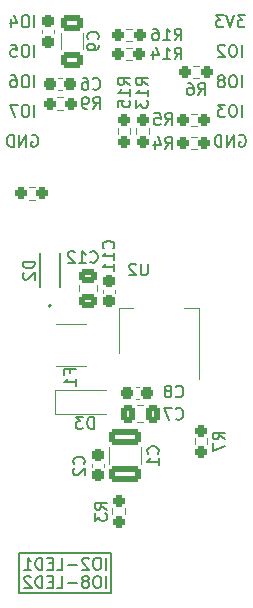
<source format=gbo>
%TF.GenerationSoftware,KiCad,Pcbnew,(6.0.8)*%
%TF.CreationDate,2023-01-13T13:27:25+01:00*%
%TF.ProjectId,NB-IoT_PCB_rev_1_1,4e422d49-6f54-45f5-9043-425f7265765f,rev?*%
%TF.SameCoordinates,Original*%
%TF.FileFunction,Legend,Bot*%
%TF.FilePolarity,Positive*%
%FSLAX46Y46*%
G04 Gerber Fmt 4.6, Leading zero omitted, Abs format (unit mm)*
G04 Created by KiCad (PCBNEW (6.0.8)) date 2023-01-13 13:27:25*
%MOMM*%
%LPD*%
G01*
G04 APERTURE LIST*
G04 Aperture macros list*
%AMRoundRect*
0 Rectangle with rounded corners*
0 $1 Rounding radius*
0 $2 $3 $4 $5 $6 $7 $8 $9 X,Y pos of 4 corners*
0 Add a 4 corners polygon primitive as box body*
4,1,4,$2,$3,$4,$5,$6,$7,$8,$9,$2,$3,0*
0 Add four circle primitives for the rounded corners*
1,1,$1+$1,$2,$3*
1,1,$1+$1,$4,$5*
1,1,$1+$1,$6,$7*
1,1,$1+$1,$8,$9*
0 Add four rect primitives between the rounded corners*
20,1,$1+$1,$2,$3,$4,$5,0*
20,1,$1+$1,$4,$5,$6,$7,0*
20,1,$1+$1,$6,$7,$8,$9,0*
20,1,$1+$1,$8,$9,$2,$3,0*%
G04 Aperture macros list end*
%ADD10C,0.150000*%
%ADD11C,0.120000*%
%ADD12C,0.050000*%
%ADD13C,0.127000*%
%ADD14C,0.200000*%
%ADD15RoundRect,0.237500X0.250000X0.237500X-0.250000X0.237500X-0.250000X-0.237500X0.250000X-0.237500X0*%
%ADD16C,0.800000*%
%ADD17C,6.400000*%
%ADD18RoundRect,0.237500X-0.237500X0.250000X-0.237500X-0.250000X0.237500X-0.250000X0.237500X0.250000X0*%
%ADD19RoundRect,0.237500X-0.300000X-0.237500X0.300000X-0.237500X0.300000X0.237500X-0.300000X0.237500X0*%
%ADD20R,1.700000X1.700000*%
%ADD21O,1.700000X1.700000*%
%ADD22O,0.950000X1.250000*%
%ADD23O,1.550000X0.890000*%
%ADD24R,1.600000X1.600000*%
%ADD25C,1.600000*%
%ADD26C,2.000000*%
%ADD27R,1.500000X2.000000*%
%ADD28R,3.800000X2.000000*%
%ADD29RoundRect,0.237500X-0.237500X0.300000X-0.237500X-0.300000X0.237500X-0.300000X0.237500X0.300000X0*%
%ADD30R,1.780000X3.500000*%
%ADD31RoundRect,0.237500X0.237500X-0.250000X0.237500X0.250000X-0.237500X0.250000X-0.237500X-0.250000X0*%
%ADD32RoundRect,0.250000X0.650000X-0.412500X0.650000X0.412500X-0.650000X0.412500X-0.650000X-0.412500X0*%
%ADD33RoundRect,0.250000X-1.100000X0.412500X-1.100000X-0.412500X1.100000X-0.412500X1.100000X0.412500X0*%
%ADD34R,1.300000X1.700000*%
%ADD35R,0.730000X1.210000*%
%ADD36RoundRect,0.250000X-0.475000X0.337500X-0.475000X-0.337500X0.475000X-0.337500X0.475000X0.337500X0*%
%ADD37RoundRect,0.250000X-0.337500X-0.475000X0.337500X-0.475000X0.337500X0.475000X-0.337500X0.475000X0*%
G04 APERTURE END LIST*
D10*
X110350000Y-157900000D02*
X102600000Y-157900000D01*
X102600000Y-157900000D02*
X102600000Y-161250000D01*
X102600000Y-161250000D02*
X110350000Y-161250000D01*
X110350000Y-161250000D02*
X110350000Y-157900000D01*
X103870000Y-120949980D02*
X103870000Y-119949980D01*
X103203333Y-119949980D02*
X103012857Y-119949980D01*
X102917619Y-119997600D01*
X102822380Y-120092838D01*
X102774761Y-120283314D01*
X102774761Y-120616647D01*
X102822380Y-120807123D01*
X102917619Y-120902361D01*
X103012857Y-120949980D01*
X103203333Y-120949980D01*
X103298571Y-120902361D01*
X103393809Y-120807123D01*
X103441428Y-120616647D01*
X103441428Y-120283314D01*
X103393809Y-120092838D01*
X103298571Y-119997600D01*
X103203333Y-119949980D01*
X102441428Y-119949980D02*
X101774761Y-119949980D01*
X102203333Y-120949980D01*
X109952380Y-159302380D02*
X109952380Y-158302380D01*
X109285714Y-158302380D02*
X109095238Y-158302380D01*
X109000000Y-158350000D01*
X108904761Y-158445238D01*
X108857142Y-158635714D01*
X108857142Y-158969047D01*
X108904761Y-159159523D01*
X109000000Y-159254761D01*
X109095238Y-159302380D01*
X109285714Y-159302380D01*
X109380952Y-159254761D01*
X109476190Y-159159523D01*
X109523809Y-158969047D01*
X109523809Y-158635714D01*
X109476190Y-158445238D01*
X109380952Y-158350000D01*
X109285714Y-158302380D01*
X108476190Y-158397619D02*
X108428571Y-158350000D01*
X108333333Y-158302380D01*
X108095238Y-158302380D01*
X108000000Y-158350000D01*
X107952380Y-158397619D01*
X107904761Y-158492857D01*
X107904761Y-158588095D01*
X107952380Y-158730952D01*
X108523809Y-159302380D01*
X107904761Y-159302380D01*
X107476190Y-158921428D02*
X106714285Y-158921428D01*
X105761904Y-159302380D02*
X106238095Y-159302380D01*
X106238095Y-158302380D01*
X105428571Y-158778571D02*
X105095238Y-158778571D01*
X104952380Y-159302380D02*
X105428571Y-159302380D01*
X105428571Y-158302380D01*
X104952380Y-158302380D01*
X104523809Y-159302380D02*
X104523809Y-158302380D01*
X104285714Y-158302380D01*
X104142857Y-158350000D01*
X104047619Y-158445238D01*
X104000000Y-158540476D01*
X103952380Y-158730952D01*
X103952380Y-158873809D01*
X104000000Y-159064285D01*
X104047619Y-159159523D01*
X104142857Y-159254761D01*
X104285714Y-159302380D01*
X104523809Y-159302380D01*
X103000000Y-159302380D02*
X103571428Y-159302380D01*
X103285714Y-159302380D02*
X103285714Y-158302380D01*
X103380952Y-158445238D01*
X103476190Y-158540476D01*
X103571428Y-158588095D01*
X121684895Y-112380780D02*
X121065847Y-112380780D01*
X121399180Y-112761733D01*
X121256323Y-112761733D01*
X121161085Y-112809352D01*
X121113466Y-112856971D01*
X121065847Y-112952209D01*
X121065847Y-113190304D01*
X121113466Y-113285542D01*
X121161085Y-113333161D01*
X121256323Y-113380780D01*
X121542038Y-113380780D01*
X121637276Y-113333161D01*
X121684895Y-113285542D01*
X120780133Y-112380780D02*
X120446800Y-113380780D01*
X120113466Y-112380780D01*
X119875371Y-112380780D02*
X119256323Y-112380780D01*
X119589657Y-112761733D01*
X119446800Y-112761733D01*
X119351561Y-112809352D01*
X119303942Y-112856971D01*
X119256323Y-112952209D01*
X119256323Y-113190304D01*
X119303942Y-113285542D01*
X119351561Y-113333161D01*
X119446800Y-113380780D01*
X119732514Y-113380780D01*
X119827752Y-113333161D01*
X119875371Y-113285542D01*
X121446800Y-115869980D02*
X121446800Y-114869980D01*
X120780133Y-114869980D02*
X120589657Y-114869980D01*
X120494419Y-114917600D01*
X120399180Y-115012838D01*
X120351561Y-115203314D01*
X120351561Y-115536647D01*
X120399180Y-115727123D01*
X120494419Y-115822361D01*
X120589657Y-115869980D01*
X120780133Y-115869980D01*
X120875371Y-115822361D01*
X120970609Y-115727123D01*
X121018228Y-115536647D01*
X121018228Y-115203314D01*
X120970609Y-115012838D01*
X120875371Y-114917600D01*
X120780133Y-114869980D01*
X119970609Y-114965219D02*
X119922990Y-114917600D01*
X119827752Y-114869980D01*
X119589657Y-114869980D01*
X119494419Y-114917600D01*
X119446800Y-114965219D01*
X119399180Y-115060457D01*
X119399180Y-115155695D01*
X119446800Y-115298552D01*
X120018228Y-115869980D01*
X119399180Y-115869980D01*
X103870000Y-118460780D02*
X103870000Y-117460780D01*
X103203333Y-117460780D02*
X103012857Y-117460780D01*
X102917619Y-117508400D01*
X102822380Y-117603638D01*
X102774761Y-117794114D01*
X102774761Y-118127447D01*
X102822380Y-118317923D01*
X102917619Y-118413161D01*
X103012857Y-118460780D01*
X103203333Y-118460780D01*
X103298571Y-118413161D01*
X103393809Y-118317923D01*
X103441428Y-118127447D01*
X103441428Y-117794114D01*
X103393809Y-117603638D01*
X103298571Y-117508400D01*
X103203333Y-117460780D01*
X101917619Y-117460780D02*
X102108095Y-117460780D01*
X102203333Y-117508400D01*
X102250952Y-117556019D01*
X102346190Y-117698876D01*
X102393809Y-117889352D01*
X102393809Y-118270304D01*
X102346190Y-118365542D01*
X102298571Y-118413161D01*
X102203333Y-118460780D01*
X102012857Y-118460780D01*
X101917619Y-118413161D01*
X101870000Y-118365542D01*
X101822380Y-118270304D01*
X101822380Y-118032209D01*
X101870000Y-117936971D01*
X101917619Y-117889352D01*
X102012857Y-117841733D01*
X102203333Y-117841733D01*
X102298571Y-117889352D01*
X102346190Y-117936971D01*
X102393809Y-118032209D01*
X121208704Y-122537600D02*
X121303942Y-122489980D01*
X121446800Y-122489980D01*
X121589657Y-122537600D01*
X121684895Y-122632838D01*
X121732514Y-122728076D01*
X121780133Y-122918552D01*
X121780133Y-123061409D01*
X121732514Y-123251885D01*
X121684895Y-123347123D01*
X121589657Y-123442361D01*
X121446800Y-123489980D01*
X121351561Y-123489980D01*
X121208704Y-123442361D01*
X121161085Y-123394742D01*
X121161085Y-123061409D01*
X121351561Y-123061409D01*
X120732514Y-123489980D02*
X120732514Y-122489980D01*
X120161085Y-123489980D01*
X120161085Y-122489980D01*
X119684895Y-123489980D02*
X119684895Y-122489980D01*
X119446800Y-122489980D01*
X119303942Y-122537600D01*
X119208704Y-122632838D01*
X119161085Y-122728076D01*
X119113466Y-122918552D01*
X119113466Y-123061409D01*
X119161085Y-123251885D01*
X119208704Y-123347123D01*
X119303942Y-123442361D01*
X119446800Y-123489980D01*
X119684895Y-123489980D01*
X121446800Y-118460780D02*
X121446800Y-117460780D01*
X120780133Y-117460780D02*
X120589657Y-117460780D01*
X120494419Y-117508400D01*
X120399180Y-117603638D01*
X120351561Y-117794114D01*
X120351561Y-118127447D01*
X120399180Y-118317923D01*
X120494419Y-118413161D01*
X120589657Y-118460780D01*
X120780133Y-118460780D01*
X120875371Y-118413161D01*
X120970609Y-118317923D01*
X121018228Y-118127447D01*
X121018228Y-117794114D01*
X120970609Y-117603638D01*
X120875371Y-117508400D01*
X120780133Y-117460780D01*
X119780133Y-117889352D02*
X119875371Y-117841733D01*
X119922990Y-117794114D01*
X119970609Y-117698876D01*
X119970609Y-117651257D01*
X119922990Y-117556019D01*
X119875371Y-117508400D01*
X119780133Y-117460780D01*
X119589657Y-117460780D01*
X119494419Y-117508400D01*
X119446800Y-117556019D01*
X119399180Y-117651257D01*
X119399180Y-117698876D01*
X119446800Y-117794114D01*
X119494419Y-117841733D01*
X119589657Y-117889352D01*
X119780133Y-117889352D01*
X119875371Y-117936971D01*
X119922990Y-117984590D01*
X119970609Y-118079828D01*
X119970609Y-118270304D01*
X119922990Y-118365542D01*
X119875371Y-118413161D01*
X119780133Y-118460780D01*
X119589657Y-118460780D01*
X119494419Y-118413161D01*
X119446800Y-118365542D01*
X119399180Y-118270304D01*
X119399180Y-118079828D01*
X119446800Y-117984590D01*
X119494419Y-117936971D01*
X119589657Y-117889352D01*
X121446800Y-120949980D02*
X121446800Y-119949980D01*
X120780133Y-119949980D02*
X120589657Y-119949980D01*
X120494419Y-119997600D01*
X120399180Y-120092838D01*
X120351561Y-120283314D01*
X120351561Y-120616647D01*
X120399180Y-120807123D01*
X120494419Y-120902361D01*
X120589657Y-120949980D01*
X120780133Y-120949980D01*
X120875371Y-120902361D01*
X120970609Y-120807123D01*
X121018228Y-120616647D01*
X121018228Y-120283314D01*
X120970609Y-120092838D01*
X120875371Y-119997600D01*
X120780133Y-119949980D01*
X120018228Y-119949980D02*
X119399180Y-119949980D01*
X119732514Y-120330933D01*
X119589657Y-120330933D01*
X119494419Y-120378552D01*
X119446800Y-120426171D01*
X119399180Y-120521409D01*
X119399180Y-120759504D01*
X119446800Y-120854742D01*
X119494419Y-120902361D01*
X119589657Y-120949980D01*
X119875371Y-120949980D01*
X119970609Y-120902361D01*
X120018228Y-120854742D01*
X103631904Y-122537600D02*
X103727142Y-122489980D01*
X103870000Y-122489980D01*
X104012857Y-122537600D01*
X104108095Y-122632838D01*
X104155714Y-122728076D01*
X104203333Y-122918552D01*
X104203333Y-123061409D01*
X104155714Y-123251885D01*
X104108095Y-123347123D01*
X104012857Y-123442361D01*
X103870000Y-123489980D01*
X103774761Y-123489980D01*
X103631904Y-123442361D01*
X103584285Y-123394742D01*
X103584285Y-123061409D01*
X103774761Y-123061409D01*
X103155714Y-123489980D02*
X103155714Y-122489980D01*
X102584285Y-123489980D01*
X102584285Y-122489980D01*
X102108095Y-123489980D02*
X102108095Y-122489980D01*
X101870000Y-122489980D01*
X101727142Y-122537600D01*
X101631904Y-122632838D01*
X101584285Y-122728076D01*
X101536666Y-122918552D01*
X101536666Y-123061409D01*
X101584285Y-123251885D01*
X101631904Y-123347123D01*
X101727142Y-123442361D01*
X101870000Y-123489980D01*
X102108095Y-123489980D01*
X103870000Y-113380780D02*
X103870000Y-112380780D01*
X103203333Y-112380780D02*
X103012857Y-112380780D01*
X102917619Y-112428400D01*
X102822380Y-112523638D01*
X102774761Y-112714114D01*
X102774761Y-113047447D01*
X102822380Y-113237923D01*
X102917619Y-113333161D01*
X103012857Y-113380780D01*
X103203333Y-113380780D01*
X103298571Y-113333161D01*
X103393809Y-113237923D01*
X103441428Y-113047447D01*
X103441428Y-112714114D01*
X103393809Y-112523638D01*
X103298571Y-112428400D01*
X103203333Y-112380780D01*
X101917619Y-112714114D02*
X101917619Y-113380780D01*
X102155714Y-112333161D02*
X102393809Y-113047447D01*
X101774761Y-113047447D01*
X103870000Y-115869980D02*
X103870000Y-114869980D01*
X103203333Y-114869980D02*
X103012857Y-114869980D01*
X102917619Y-114917600D01*
X102822380Y-115012838D01*
X102774761Y-115203314D01*
X102774761Y-115536647D01*
X102822380Y-115727123D01*
X102917619Y-115822361D01*
X103012857Y-115869980D01*
X103203333Y-115869980D01*
X103298571Y-115822361D01*
X103393809Y-115727123D01*
X103441428Y-115536647D01*
X103441428Y-115203314D01*
X103393809Y-115012838D01*
X103298571Y-114917600D01*
X103203333Y-114869980D01*
X101870000Y-114869980D02*
X102346190Y-114869980D01*
X102393809Y-115346171D01*
X102346190Y-115298552D01*
X102250952Y-115250933D01*
X102012857Y-115250933D01*
X101917619Y-115298552D01*
X101870000Y-115346171D01*
X101822380Y-115441409D01*
X101822380Y-115679504D01*
X101870000Y-115774742D01*
X101917619Y-115822361D01*
X102012857Y-115869980D01*
X102250952Y-115869980D01*
X102346190Y-115822361D01*
X102393809Y-115774742D01*
X109952380Y-160852380D02*
X109952380Y-159852380D01*
X109285714Y-159852380D02*
X109095238Y-159852380D01*
X109000000Y-159900000D01*
X108904761Y-159995238D01*
X108857142Y-160185714D01*
X108857142Y-160519047D01*
X108904761Y-160709523D01*
X109000000Y-160804761D01*
X109095238Y-160852380D01*
X109285714Y-160852380D01*
X109380952Y-160804761D01*
X109476190Y-160709523D01*
X109523809Y-160519047D01*
X109523809Y-160185714D01*
X109476190Y-159995238D01*
X109380952Y-159900000D01*
X109285714Y-159852380D01*
X108285714Y-160280952D02*
X108380952Y-160233333D01*
X108428571Y-160185714D01*
X108476190Y-160090476D01*
X108476190Y-160042857D01*
X108428571Y-159947619D01*
X108380952Y-159900000D01*
X108285714Y-159852380D01*
X108095238Y-159852380D01*
X108000000Y-159900000D01*
X107952380Y-159947619D01*
X107904761Y-160042857D01*
X107904761Y-160090476D01*
X107952380Y-160185714D01*
X108000000Y-160233333D01*
X108095238Y-160280952D01*
X108285714Y-160280952D01*
X108380952Y-160328571D01*
X108428571Y-160376190D01*
X108476190Y-160471428D01*
X108476190Y-160661904D01*
X108428571Y-160757142D01*
X108380952Y-160804761D01*
X108285714Y-160852380D01*
X108095238Y-160852380D01*
X108000000Y-160804761D01*
X107952380Y-160757142D01*
X107904761Y-160661904D01*
X107904761Y-160471428D01*
X107952380Y-160376190D01*
X108000000Y-160328571D01*
X108095238Y-160280952D01*
X107476190Y-160471428D02*
X106714285Y-160471428D01*
X105761904Y-160852380D02*
X106238095Y-160852380D01*
X106238095Y-159852380D01*
X105428571Y-160328571D02*
X105095238Y-160328571D01*
X104952380Y-160852380D02*
X105428571Y-160852380D01*
X105428571Y-159852380D01*
X104952380Y-159852380D01*
X104523809Y-160852380D02*
X104523809Y-159852380D01*
X104285714Y-159852380D01*
X104142857Y-159900000D01*
X104047619Y-159995238D01*
X104000000Y-160090476D01*
X103952380Y-160280952D01*
X103952380Y-160423809D01*
X104000000Y-160614285D01*
X104047619Y-160709523D01*
X104142857Y-160804761D01*
X104285714Y-160852380D01*
X104523809Y-160852380D01*
X103571428Y-159947619D02*
X103523809Y-159900000D01*
X103428571Y-159852380D01*
X103190476Y-159852380D01*
X103095238Y-159900000D01*
X103047619Y-159947619D01*
X103000000Y-160042857D01*
X103000000Y-160138095D01*
X103047619Y-160280952D01*
X103619047Y-160852380D01*
X103000000Y-160852380D01*
%TO.C,R16*%
X115742857Y-114502380D02*
X116076190Y-114026190D01*
X116314285Y-114502380D02*
X116314285Y-113502380D01*
X115933333Y-113502380D01*
X115838095Y-113550000D01*
X115790476Y-113597619D01*
X115742857Y-113692857D01*
X115742857Y-113835714D01*
X115790476Y-113930952D01*
X115838095Y-113978571D01*
X115933333Y-114026190D01*
X116314285Y-114026190D01*
X114790476Y-114502380D02*
X115361904Y-114502380D01*
X115076190Y-114502380D02*
X115076190Y-113502380D01*
X115171428Y-113645238D01*
X115266666Y-113740476D01*
X115361904Y-113788095D01*
X113933333Y-113502380D02*
X114123809Y-113502380D01*
X114219047Y-113550000D01*
X114266666Y-113597619D01*
X114361904Y-113740476D01*
X114409523Y-113930952D01*
X114409523Y-114311904D01*
X114361904Y-114407142D01*
X114314285Y-114454761D01*
X114219047Y-114502380D01*
X114028571Y-114502380D01*
X113933333Y-114454761D01*
X113885714Y-114407142D01*
X113838095Y-114311904D01*
X113838095Y-114073809D01*
X113885714Y-113978571D01*
X113933333Y-113930952D01*
X114028571Y-113883333D01*
X114219047Y-113883333D01*
X114314285Y-113930952D01*
X114361904Y-113978571D01*
X114409523Y-114073809D01*
%TO.C,R15*%
X111932980Y-118254542D02*
X111456790Y-117921209D01*
X111932980Y-117683114D02*
X110932980Y-117683114D01*
X110932980Y-118064066D01*
X110980600Y-118159304D01*
X111028219Y-118206923D01*
X111123457Y-118254542D01*
X111266314Y-118254542D01*
X111361552Y-118206923D01*
X111409171Y-118159304D01*
X111456790Y-118064066D01*
X111456790Y-117683114D01*
X111932980Y-119206923D02*
X111932980Y-118635495D01*
X111932980Y-118921209D02*
X110932980Y-118921209D01*
X111075838Y-118825971D01*
X111171076Y-118730733D01*
X111218695Y-118635495D01*
X110932980Y-120111685D02*
X110932980Y-119635495D01*
X111409171Y-119587876D01*
X111361552Y-119635495D01*
X111313933Y-119730733D01*
X111313933Y-119968828D01*
X111361552Y-120064066D01*
X111409171Y-120111685D01*
X111504409Y-120159304D01*
X111742504Y-120159304D01*
X111837742Y-120111685D01*
X111885361Y-120064066D01*
X111932980Y-119968828D01*
X111932980Y-119730733D01*
X111885361Y-119635495D01*
X111837742Y-119587876D01*
%TO.C,C6*%
X108806666Y-118577142D02*
X108854285Y-118624761D01*
X108997142Y-118672380D01*
X109092380Y-118672380D01*
X109235238Y-118624761D01*
X109330476Y-118529523D01*
X109378095Y-118434285D01*
X109425714Y-118243809D01*
X109425714Y-118100952D01*
X109378095Y-117910476D01*
X109330476Y-117815238D01*
X109235238Y-117720000D01*
X109092380Y-117672380D01*
X108997142Y-117672380D01*
X108854285Y-117720000D01*
X108806666Y-117767619D01*
X107949523Y-117672380D02*
X108140000Y-117672380D01*
X108235238Y-117720000D01*
X108282857Y-117767619D01*
X108378095Y-117910476D01*
X108425714Y-118100952D01*
X108425714Y-118481904D01*
X108378095Y-118577142D01*
X108330476Y-118624761D01*
X108235238Y-118672380D01*
X108044761Y-118672380D01*
X107949523Y-118624761D01*
X107901904Y-118577142D01*
X107854285Y-118481904D01*
X107854285Y-118243809D01*
X107901904Y-118148571D01*
X107949523Y-118100952D01*
X108044761Y-118053333D01*
X108235238Y-118053333D01*
X108330476Y-118100952D01*
X108378095Y-118148571D01*
X108425714Y-118243809D01*
%TO.C,R3*%
X109977180Y-154214533D02*
X109500990Y-153881200D01*
X109977180Y-153643104D02*
X108977180Y-153643104D01*
X108977180Y-154024057D01*
X109024800Y-154119295D01*
X109072419Y-154166914D01*
X109167657Y-154214533D01*
X109310514Y-154214533D01*
X109405752Y-154166914D01*
X109453371Y-154119295D01*
X109500990Y-154024057D01*
X109500990Y-153643104D01*
X108977180Y-154547866D02*
X108977180Y-155166914D01*
X109358133Y-154833580D01*
X109358133Y-154976438D01*
X109405752Y-155071676D01*
X109453371Y-155119295D01*
X109548609Y-155166914D01*
X109786704Y-155166914D01*
X109881942Y-155119295D01*
X109929561Y-155071676D01*
X109977180Y-154976438D01*
X109977180Y-154690723D01*
X109929561Y-154595485D01*
X109881942Y-154547866D01*
%TO.C,U2*%
X113439904Y-133398180D02*
X113439904Y-134207704D01*
X113392285Y-134302942D01*
X113344666Y-134350561D01*
X113249428Y-134398180D01*
X113058952Y-134398180D01*
X112963714Y-134350561D01*
X112916095Y-134302942D01*
X112868476Y-134207704D01*
X112868476Y-133398180D01*
X112439904Y-133493419D02*
X112392285Y-133445800D01*
X112297047Y-133398180D01*
X112058952Y-133398180D01*
X111963714Y-133445800D01*
X111916095Y-133493419D01*
X111868476Y-133588657D01*
X111868476Y-133683895D01*
X111916095Y-133826752D01*
X112487523Y-134398180D01*
X111868476Y-134398180D01*
%TO.C,C2*%
X108053142Y-150353733D02*
X108100761Y-150306114D01*
X108148380Y-150163257D01*
X108148380Y-150068019D01*
X108100761Y-149925161D01*
X108005523Y-149829923D01*
X107910285Y-149782304D01*
X107719809Y-149734685D01*
X107576952Y-149734685D01*
X107386476Y-149782304D01*
X107291238Y-149829923D01*
X107196000Y-149925161D01*
X107148380Y-150068019D01*
X107148380Y-150163257D01*
X107196000Y-150306114D01*
X107243619Y-150353733D01*
X107243619Y-150734685D02*
X107196000Y-150782304D01*
X107148380Y-150877542D01*
X107148380Y-151115638D01*
X107196000Y-151210876D01*
X107243619Y-151258495D01*
X107338857Y-151306114D01*
X107434095Y-151306114D01*
X107576952Y-151258495D01*
X108148380Y-150687066D01*
X108148380Y-151306114D01*
%TO.C,F1*%
X106862571Y-142668666D02*
X106862571Y-142335333D01*
X107386380Y-142335333D02*
X106386380Y-142335333D01*
X106386380Y-142811523D01*
X107386380Y-143716285D02*
X107386380Y-143144857D01*
X107386380Y-143430571D02*
X106386380Y-143430571D01*
X106529238Y-143335333D01*
X106624476Y-143240095D01*
X106672095Y-143144857D01*
%TO.C,R5*%
X114923866Y-121661180D02*
X115257200Y-121184990D01*
X115495295Y-121661180D02*
X115495295Y-120661180D01*
X115114342Y-120661180D01*
X115019104Y-120708800D01*
X114971485Y-120756419D01*
X114923866Y-120851657D01*
X114923866Y-120994514D01*
X114971485Y-121089752D01*
X115019104Y-121137371D01*
X115114342Y-121184990D01*
X115495295Y-121184990D01*
X114019104Y-120661180D02*
X114495295Y-120661180D01*
X114542914Y-121137371D01*
X114495295Y-121089752D01*
X114400057Y-121042133D01*
X114161961Y-121042133D01*
X114066723Y-121089752D01*
X114019104Y-121137371D01*
X113971485Y-121232609D01*
X113971485Y-121470704D01*
X114019104Y-121565942D01*
X114066723Y-121613561D01*
X114161961Y-121661180D01*
X114400057Y-121661180D01*
X114495295Y-121613561D01*
X114542914Y-121565942D01*
%TO.C,R7*%
X119959380Y-148270933D02*
X119483190Y-147937600D01*
X119959380Y-147699504D02*
X118959380Y-147699504D01*
X118959380Y-148080457D01*
X119007000Y-148175695D01*
X119054619Y-148223314D01*
X119149857Y-148270933D01*
X119292714Y-148270933D01*
X119387952Y-148223314D01*
X119435571Y-148175695D01*
X119483190Y-148080457D01*
X119483190Y-147699504D01*
X118959380Y-148604266D02*
X118959380Y-149270933D01*
X119959380Y-148842361D01*
%TO.C,R13*%
X113482380Y-118279942D02*
X113006190Y-117946609D01*
X113482380Y-117708514D02*
X112482380Y-117708514D01*
X112482380Y-118089466D01*
X112530000Y-118184704D01*
X112577619Y-118232323D01*
X112672857Y-118279942D01*
X112815714Y-118279942D01*
X112910952Y-118232323D01*
X112958571Y-118184704D01*
X113006190Y-118089466D01*
X113006190Y-117708514D01*
X113482380Y-119232323D02*
X113482380Y-118660895D01*
X113482380Y-118946609D02*
X112482380Y-118946609D01*
X112625238Y-118851371D01*
X112720476Y-118756133D01*
X112768095Y-118660895D01*
X112482380Y-119565657D02*
X112482380Y-120184704D01*
X112863333Y-119851371D01*
X112863333Y-119994228D01*
X112910952Y-120089466D01*
X112958571Y-120137085D01*
X113053809Y-120184704D01*
X113291904Y-120184704D01*
X113387142Y-120137085D01*
X113434761Y-120089466D01*
X113482380Y-119994228D01*
X113482380Y-119708514D01*
X113434761Y-119613276D01*
X113387142Y-119565657D01*
%TO.C,C9*%
X109242742Y-114387333D02*
X109290361Y-114339714D01*
X109337980Y-114196857D01*
X109337980Y-114101619D01*
X109290361Y-113958761D01*
X109195123Y-113863523D01*
X109099885Y-113815904D01*
X108909409Y-113768285D01*
X108766552Y-113768285D01*
X108576076Y-113815904D01*
X108480838Y-113863523D01*
X108385600Y-113958761D01*
X108337980Y-114101619D01*
X108337980Y-114196857D01*
X108385600Y-114339714D01*
X108433219Y-114387333D01*
X109337980Y-114863523D02*
X109337980Y-115054000D01*
X109290361Y-115149238D01*
X109242742Y-115196857D01*
X109099885Y-115292095D01*
X108909409Y-115339714D01*
X108528457Y-115339714D01*
X108433219Y-115292095D01*
X108385600Y-115244476D01*
X108337980Y-115149238D01*
X108337980Y-114958761D01*
X108385600Y-114863523D01*
X108433219Y-114815904D01*
X108528457Y-114768285D01*
X108766552Y-114768285D01*
X108861790Y-114815904D01*
X108909409Y-114863523D01*
X108957028Y-114958761D01*
X108957028Y-115149238D01*
X108909409Y-115244476D01*
X108861790Y-115292095D01*
X108766552Y-115339714D01*
%TO.C,R6*%
X117717866Y-119102380D02*
X118051200Y-118626190D01*
X118289295Y-119102380D02*
X118289295Y-118102380D01*
X117908342Y-118102380D01*
X117813104Y-118150000D01*
X117765485Y-118197619D01*
X117717866Y-118292857D01*
X117717866Y-118435714D01*
X117765485Y-118530952D01*
X117813104Y-118578571D01*
X117908342Y-118626190D01*
X118289295Y-118626190D01*
X116860723Y-118102380D02*
X117051200Y-118102380D01*
X117146438Y-118150000D01*
X117194057Y-118197619D01*
X117289295Y-118340476D01*
X117336914Y-118530952D01*
X117336914Y-118911904D01*
X117289295Y-119007142D01*
X117241676Y-119054761D01*
X117146438Y-119102380D01*
X116955961Y-119102380D01*
X116860723Y-119054761D01*
X116813104Y-119007142D01*
X116765485Y-118911904D01*
X116765485Y-118673809D01*
X116813104Y-118578571D01*
X116860723Y-118530952D01*
X116955961Y-118483333D01*
X117146438Y-118483333D01*
X117241676Y-118530952D01*
X117289295Y-118578571D01*
X117336914Y-118673809D01*
%TO.C,C8*%
X115838266Y-144629142D02*
X115885885Y-144676761D01*
X116028742Y-144724380D01*
X116123980Y-144724380D01*
X116266838Y-144676761D01*
X116362076Y-144581523D01*
X116409695Y-144486285D01*
X116457314Y-144295809D01*
X116457314Y-144152952D01*
X116409695Y-143962476D01*
X116362076Y-143867238D01*
X116266838Y-143772000D01*
X116123980Y-143724380D01*
X116028742Y-143724380D01*
X115885885Y-143772000D01*
X115838266Y-143819619D01*
X115266838Y-144152952D02*
X115362076Y-144105333D01*
X115409695Y-144057714D01*
X115457314Y-143962476D01*
X115457314Y-143914857D01*
X115409695Y-143819619D01*
X115362076Y-143772000D01*
X115266838Y-143724380D01*
X115076361Y-143724380D01*
X114981123Y-143772000D01*
X114933504Y-143819619D01*
X114885885Y-143914857D01*
X114885885Y-143962476D01*
X114933504Y-144057714D01*
X114981123Y-144105333D01*
X115076361Y-144152952D01*
X115266838Y-144152952D01*
X115362076Y-144200571D01*
X115409695Y-144248190D01*
X115457314Y-144343428D01*
X115457314Y-144533904D01*
X115409695Y-144629142D01*
X115362076Y-144676761D01*
X115266838Y-144724380D01*
X115076361Y-144724380D01*
X114981123Y-144676761D01*
X114933504Y-144629142D01*
X114885885Y-144533904D01*
X114885885Y-144343428D01*
X114933504Y-144248190D01*
X114981123Y-144200571D01*
X115076361Y-144152952D01*
%TO.C,R14*%
X115730257Y-116098580D02*
X116063590Y-115622390D01*
X116301685Y-116098580D02*
X116301685Y-115098580D01*
X115920733Y-115098580D01*
X115825495Y-115146200D01*
X115777876Y-115193819D01*
X115730257Y-115289057D01*
X115730257Y-115431914D01*
X115777876Y-115527152D01*
X115825495Y-115574771D01*
X115920733Y-115622390D01*
X116301685Y-115622390D01*
X114777876Y-116098580D02*
X115349304Y-116098580D01*
X115063590Y-116098580D02*
X115063590Y-115098580D01*
X115158828Y-115241438D01*
X115254066Y-115336676D01*
X115349304Y-115384295D01*
X113920733Y-115431914D02*
X113920733Y-116098580D01*
X114158828Y-115050961D02*
X114396923Y-115765247D01*
X113777876Y-115765247D01*
%TO.C,C1*%
X114301542Y-149490133D02*
X114349161Y-149442514D01*
X114396780Y-149299657D01*
X114396780Y-149204419D01*
X114349161Y-149061561D01*
X114253923Y-148966323D01*
X114158685Y-148918704D01*
X113968209Y-148871085D01*
X113825352Y-148871085D01*
X113634876Y-148918704D01*
X113539638Y-148966323D01*
X113444400Y-149061561D01*
X113396780Y-149204419D01*
X113396780Y-149299657D01*
X113444400Y-149442514D01*
X113492019Y-149490133D01*
X114396780Y-150442514D02*
X114396780Y-149871085D01*
X114396780Y-150156800D02*
X113396780Y-150156800D01*
X113539638Y-150061561D01*
X113634876Y-149966323D01*
X113682495Y-149871085D01*
%TO.C,R4*%
X114923866Y-123669980D02*
X115257200Y-123193790D01*
X115495295Y-123669980D02*
X115495295Y-122669980D01*
X115114342Y-122669980D01*
X115019104Y-122717600D01*
X114971485Y-122765219D01*
X114923866Y-122860457D01*
X114923866Y-123003314D01*
X114971485Y-123098552D01*
X115019104Y-123146171D01*
X115114342Y-123193790D01*
X115495295Y-123193790D01*
X114066723Y-123003314D02*
X114066723Y-123669980D01*
X114304819Y-122622361D02*
X114542914Y-123336647D01*
X113923866Y-123336647D01*
%TO.C,D3*%
X108891295Y-147365980D02*
X108891295Y-146365980D01*
X108653200Y-146365980D01*
X108510342Y-146413600D01*
X108415104Y-146508838D01*
X108367485Y-146604076D01*
X108319866Y-146794552D01*
X108319866Y-146937409D01*
X108367485Y-147127885D01*
X108415104Y-147223123D01*
X108510342Y-147318361D01*
X108653200Y-147365980D01*
X108891295Y-147365980D01*
X107986533Y-146365980D02*
X107367485Y-146365980D01*
X107700819Y-146746933D01*
X107557961Y-146746933D01*
X107462723Y-146794552D01*
X107415104Y-146842171D01*
X107367485Y-146937409D01*
X107367485Y-147175504D01*
X107415104Y-147270742D01*
X107462723Y-147318361D01*
X107557961Y-147365980D01*
X107843676Y-147365980D01*
X107938914Y-147318361D01*
X107986533Y-147270742D01*
%TO.C,D2*%
X103881180Y-133221504D02*
X102881180Y-133221504D01*
X102881180Y-133459600D01*
X102928800Y-133602457D01*
X103024038Y-133697695D01*
X103119276Y-133745314D01*
X103309752Y-133792933D01*
X103452609Y-133792933D01*
X103643085Y-133745314D01*
X103738323Y-133697695D01*
X103833561Y-133602457D01*
X103881180Y-133459600D01*
X103881180Y-133221504D01*
X102976419Y-134173885D02*
X102928800Y-134221504D01*
X102881180Y-134316742D01*
X102881180Y-134554838D01*
X102928800Y-134650076D01*
X102976419Y-134697695D01*
X103071657Y-134745314D01*
X103166895Y-134745314D01*
X103309752Y-134697695D01*
X103881180Y-134126266D01*
X103881180Y-134745314D01*
%TO.C,C11*%
X110542342Y-132097542D02*
X110589961Y-132049923D01*
X110637580Y-131907066D01*
X110637580Y-131811828D01*
X110589961Y-131668971D01*
X110494723Y-131573733D01*
X110399485Y-131526114D01*
X110209009Y-131478495D01*
X110066152Y-131478495D01*
X109875676Y-131526114D01*
X109780438Y-131573733D01*
X109685200Y-131668971D01*
X109637580Y-131811828D01*
X109637580Y-131907066D01*
X109685200Y-132049923D01*
X109732819Y-132097542D01*
X110637580Y-133049923D02*
X110637580Y-132478495D01*
X110637580Y-132764209D02*
X109637580Y-132764209D01*
X109780438Y-132668971D01*
X109875676Y-132573733D01*
X109923295Y-132478495D01*
X110637580Y-134002304D02*
X110637580Y-133430876D01*
X110637580Y-133716590D02*
X109637580Y-133716590D01*
X109780438Y-133621352D01*
X109875676Y-133526114D01*
X109923295Y-133430876D01*
%TO.C,C12*%
X108592857Y-133249942D02*
X108640476Y-133297561D01*
X108783333Y-133345180D01*
X108878571Y-133345180D01*
X109021428Y-133297561D01*
X109116666Y-133202323D01*
X109164285Y-133107085D01*
X109211904Y-132916609D01*
X109211904Y-132773752D01*
X109164285Y-132583276D01*
X109116666Y-132488038D01*
X109021428Y-132392800D01*
X108878571Y-132345180D01*
X108783333Y-132345180D01*
X108640476Y-132392800D01*
X108592857Y-132440419D01*
X107640476Y-133345180D02*
X108211904Y-133345180D01*
X107926190Y-133345180D02*
X107926190Y-132345180D01*
X108021428Y-132488038D01*
X108116666Y-132583276D01*
X108211904Y-132630895D01*
X107259523Y-132440419D02*
X107211904Y-132392800D01*
X107116666Y-132345180D01*
X106878571Y-132345180D01*
X106783333Y-132392800D01*
X106735714Y-132440419D01*
X106688095Y-132535657D01*
X106688095Y-132630895D01*
X106735714Y-132773752D01*
X107307142Y-133345180D01*
X106688095Y-133345180D01*
%TO.C,R9*%
X108826666Y-120302380D02*
X109160000Y-119826190D01*
X109398095Y-120302380D02*
X109398095Y-119302380D01*
X109017142Y-119302380D01*
X108921904Y-119350000D01*
X108874285Y-119397619D01*
X108826666Y-119492857D01*
X108826666Y-119635714D01*
X108874285Y-119730952D01*
X108921904Y-119778571D01*
X109017142Y-119826190D01*
X109398095Y-119826190D01*
X108350476Y-120302380D02*
X108160000Y-120302380D01*
X108064761Y-120254761D01*
X108017142Y-120207142D01*
X107921904Y-120064285D01*
X107874285Y-119873809D01*
X107874285Y-119492857D01*
X107921904Y-119397619D01*
X107969523Y-119350000D01*
X108064761Y-119302380D01*
X108255238Y-119302380D01*
X108350476Y-119350000D01*
X108398095Y-119397619D01*
X108445714Y-119492857D01*
X108445714Y-119730952D01*
X108398095Y-119826190D01*
X108350476Y-119873809D01*
X108255238Y-119921428D01*
X108064761Y-119921428D01*
X107969523Y-119873809D01*
X107921904Y-119826190D01*
X107874285Y-119730952D01*
%TO.C,C7*%
X115838266Y-146508742D02*
X115885885Y-146556361D01*
X116028742Y-146603980D01*
X116123980Y-146603980D01*
X116266838Y-146556361D01*
X116362076Y-146461123D01*
X116409695Y-146365885D01*
X116457314Y-146175409D01*
X116457314Y-146032552D01*
X116409695Y-145842076D01*
X116362076Y-145746838D01*
X116266838Y-145651600D01*
X116123980Y-145603980D01*
X116028742Y-145603980D01*
X115885885Y-145651600D01*
X115838266Y-145699219D01*
X115504933Y-145603980D02*
X114838266Y-145603980D01*
X115266838Y-146603980D01*
D11*
%TO.C,R16*%
X112104724Y-114572500D02*
X111595276Y-114572500D01*
X112104724Y-113527500D02*
X111595276Y-113527500D01*
%TO.C,R15*%
X110932700Y-121919276D02*
X110932700Y-122428724D01*
X111977700Y-121919276D02*
X111977700Y-122428724D01*
%TO.C,C6*%
X105883733Y-117710000D02*
X106176267Y-117710000D01*
X105883733Y-118730000D02*
X106176267Y-118730000D01*
%TO.C,R3*%
X111520500Y-154126476D02*
X111520500Y-154635924D01*
X110475500Y-154126476D02*
X110475500Y-154635924D01*
%TO.C,U2*%
X117811600Y-137180400D02*
X116551600Y-137180400D01*
X110991600Y-137180400D02*
X112251600Y-137180400D01*
X117811600Y-143190400D02*
X117811600Y-137180400D01*
X110991600Y-140940400D02*
X110991600Y-137180400D01*
%TO.C,C2*%
X108710000Y-150323333D02*
X108710000Y-150615867D01*
X109730000Y-150323333D02*
X109730000Y-150615867D01*
D12*
%TO.C,F1*%
X105664000Y-138531600D02*
X108204000Y-138531600D01*
X105664000Y-142087600D02*
X108204000Y-142087600D01*
D11*
%TO.C,R5*%
X117602724Y-120686300D02*
X117093276Y-120686300D01*
X117602724Y-121731300D02*
X117093276Y-121731300D01*
%TO.C,R7*%
X117435100Y-148692324D02*
X117435100Y-148182876D01*
X118480100Y-148692324D02*
X118480100Y-148182876D01*
%TO.C,R13*%
X112507500Y-121919276D02*
X112507500Y-122428724D01*
X113552500Y-121919276D02*
X113552500Y-122428724D01*
%TO.C,C9*%
X107945600Y-115265252D02*
X107945600Y-113842748D01*
X106125600Y-115265252D02*
X106125600Y-113842748D01*
%TO.C,R12*%
X103886724Y-126934700D02*
X103377276Y-126934700D01*
X103886724Y-127979700D02*
X103377276Y-127979700D01*
%TO.C,R6*%
X117805924Y-117718100D02*
X117296476Y-117718100D01*
X117805924Y-116673100D02*
X117296476Y-116673100D01*
%TO.C,C8*%
X112426533Y-143812800D02*
X112719067Y-143812800D01*
X112426533Y-144832800D02*
X112719067Y-144832800D01*
%TO.C,R14*%
X112090924Y-115123700D02*
X111581476Y-115123700D01*
X112090924Y-116168700D02*
X111581476Y-116168700D01*
%TO.C,C1*%
X110196800Y-148945548D02*
X110196800Y-150368052D01*
X112916800Y-148945548D02*
X112916800Y-150368052D01*
%TO.C,R4*%
X117602724Y-122667500D02*
X117093276Y-122667500D01*
X117602724Y-123712500D02*
X117093276Y-123712500D01*
%TO.C,D3*%
X105603200Y-146084800D02*
X105603200Y-144084800D01*
X109903200Y-146084800D02*
X105603200Y-146084800D01*
X105603200Y-144084800D02*
X109903200Y-144084800D01*
D13*
%TO.C,D2*%
X104306000Y-132519400D02*
X104306000Y-135369400D01*
X106006000Y-135369400D02*
X106006000Y-132519400D01*
D14*
X105256000Y-136944400D02*
G75*
G03*
X105256000Y-136944400I-100000J0D01*
G01*
D11*
%TO.C,C10*%
X104544400Y-113594933D02*
X104544400Y-113887467D01*
X105564400Y-113594933D02*
X105564400Y-113887467D01*
%TO.C,C11*%
X110695200Y-135591333D02*
X110695200Y-135883867D01*
X109675200Y-135591333D02*
X109675200Y-135883867D01*
%TO.C,C12*%
X109142200Y-135222348D02*
X109142200Y-135744852D01*
X107672200Y-135222348D02*
X107672200Y-135744852D01*
%TO.C,R9*%
X106326274Y-119317500D02*
X105816826Y-119317500D01*
X106326274Y-120362500D02*
X105816826Y-120362500D01*
%TO.C,C7*%
X112565548Y-146835800D02*
X113088052Y-146835800D01*
X112565548Y-145365800D02*
X113088052Y-145365800D01*
%TD*%
%LPC*%
D15*
%TO.C,R16*%
X110937500Y-114050000D03*
X112762500Y-114050000D03*
%TD*%
D16*
%TO.C,H4*%
X128600000Y-111150000D03*
X130297056Y-115247056D03*
X130297056Y-111852944D03*
X131000000Y-113550000D03*
D17*
X128600000Y-113550000D03*
D16*
X128600000Y-115950000D03*
X126902944Y-111852944D03*
X126902944Y-115247056D03*
X126200000Y-113550000D03*
%TD*%
%TO.C,H3*%
X92200000Y-113550000D03*
X92902944Y-115247056D03*
X92902944Y-111852944D03*
X94600000Y-115950000D03*
D17*
X94600000Y-113550000D03*
D16*
X97000000Y-113550000D03*
X96297056Y-111852944D03*
X96297056Y-115247056D03*
X94600000Y-111150000D03*
%TD*%
%TO.C,H2*%
X94600000Y-168200000D03*
X96297056Y-172297056D03*
X96297056Y-168902944D03*
X97000000Y-170600000D03*
D17*
X94600000Y-170600000D03*
D16*
X94600000Y-173000000D03*
X92902944Y-168902944D03*
X92902944Y-172297056D03*
X92200000Y-170600000D03*
%TD*%
%TO.C,H1*%
X126200000Y-170600000D03*
X126902944Y-172297056D03*
X126902944Y-168902944D03*
X128600000Y-173000000D03*
D17*
X128600000Y-170600000D03*
D16*
X131000000Y-170600000D03*
X130297056Y-168902944D03*
X130297056Y-172297056D03*
X128600000Y-168200000D03*
%TD*%
D18*
%TO.C,R15*%
X111455200Y-121261500D03*
X111455200Y-123086500D03*
%TD*%
D19*
%TO.C,C6*%
X106892500Y-118220000D03*
X105167500Y-118220000D03*
%TD*%
D20*
%TO.C,J8*%
X100240000Y-110334000D03*
D21*
X100240000Y-112874000D03*
X100240000Y-115414000D03*
X100240000Y-117954000D03*
X100240000Y-120494000D03*
X100240000Y-123034000D03*
X100240000Y-125574000D03*
%TD*%
D20*
%TO.C,J7*%
X123100000Y-110334000D03*
D21*
X123100000Y-112874000D03*
X123100000Y-115414000D03*
X123100000Y-117954000D03*
X123100000Y-120494000D03*
X123100000Y-123034000D03*
X123100000Y-125574000D03*
%TD*%
D22*
%TO.C,J2*%
X103152400Y-150963000D03*
D23*
X100452400Y-144963000D03*
X100452400Y-151963000D03*
D22*
X103152400Y-145963000D03*
%TD*%
D24*
%TO.C,C5*%
X108569688Y-129184400D03*
D25*
X110569688Y-129184400D03*
%TD*%
D20*
%TO.C,J3*%
X123100000Y-173834000D03*
D21*
X123100000Y-171294000D03*
X123100000Y-168754000D03*
X123100000Y-166214000D03*
X123100000Y-163674000D03*
X123100000Y-161134000D03*
X123100000Y-158594000D03*
X123100000Y-156054000D03*
%TD*%
D24*
%TO.C,C3*%
X101803200Y-142128313D03*
D25*
X101803200Y-140128313D03*
%TD*%
D26*
%TO.C,RST1*%
X122777600Y-135994000D03*
X122777600Y-129494000D03*
X118277600Y-129494000D03*
X118277600Y-135994000D03*
%TD*%
%TO.C,BOOT1*%
X122798400Y-145340000D03*
X122798400Y-151840000D03*
X118298400Y-151840000D03*
X118298400Y-145340000D03*
%TD*%
D20*
%TO.C,J6*%
X100240000Y-173834000D03*
D21*
X100240000Y-171294000D03*
X100240000Y-168754000D03*
X100240000Y-166214000D03*
X100240000Y-163674000D03*
X100240000Y-161134000D03*
X100240000Y-158594000D03*
X100240000Y-156054000D03*
%TD*%
D22*
%TO.C,J1*%
X103152400Y-131307200D03*
X103152400Y-136307200D03*
D23*
X100452400Y-137307200D03*
X100452400Y-130307200D03*
%TD*%
D18*
%TO.C,R3*%
X110998000Y-153468700D03*
X110998000Y-155293700D03*
%TD*%
D27*
%TO.C,U2*%
X116701600Y-142240400D03*
X114401600Y-142240400D03*
D28*
X114401600Y-135940400D03*
D27*
X112101600Y-142240400D03*
%TD*%
D29*
%TO.C,C2*%
X109220000Y-149607100D03*
X109220000Y-151332100D03*
%TD*%
D30*
%TO.C,F1*%
X104319000Y-140309600D03*
X109549000Y-140309600D03*
%TD*%
D15*
%TO.C,R5*%
X118260500Y-121208800D03*
X116435500Y-121208800D03*
%TD*%
D31*
%TO.C,R7*%
X117957600Y-149350100D03*
X117957600Y-147525100D03*
%TD*%
D18*
%TO.C,R13*%
X113030000Y-121261500D03*
X113030000Y-123086500D03*
%TD*%
D32*
%TO.C,C9*%
X107035600Y-116116500D03*
X107035600Y-112991500D03*
%TD*%
D15*
%TO.C,R12*%
X104544500Y-127457200D03*
X102719500Y-127457200D03*
%TD*%
%TO.C,R6*%
X118463700Y-117195600D03*
X116638700Y-117195600D03*
%TD*%
D19*
%TO.C,C8*%
X111710300Y-144322800D03*
X113435300Y-144322800D03*
%TD*%
D15*
%TO.C,R14*%
X112748700Y-115646200D03*
X110923700Y-115646200D03*
%TD*%
D33*
%TO.C,C1*%
X111556800Y-148094300D03*
X111556800Y-151219300D03*
%TD*%
D15*
%TO.C,R4*%
X118260500Y-123190000D03*
X116435500Y-123190000D03*
%TD*%
D34*
%TO.C,D3*%
X106403200Y-145084800D03*
X109903200Y-145084800D03*
%TD*%
D35*
%TO.C,D2*%
X105156000Y-132264400D03*
X105156000Y-135624400D03*
%TD*%
D29*
%TO.C,C10*%
X105054400Y-112878700D03*
X105054400Y-114603700D03*
%TD*%
%TO.C,C11*%
X110185200Y-134875100D03*
X110185200Y-136600100D03*
%TD*%
D36*
%TO.C,C12*%
X108407200Y-134446100D03*
X108407200Y-136521100D03*
%TD*%
D15*
%TO.C,R9*%
X105159050Y-119840000D03*
X106984050Y-119840000D03*
%TD*%
D37*
%TO.C,C7*%
X111789300Y-146100800D03*
X113864300Y-146100800D03*
%TD*%
G36*
X116020121Y-168422002D02*
G01*
X116066614Y-168475658D01*
X116078000Y-168528000D01*
X116078000Y-170689000D01*
X116057998Y-170757121D01*
X116004342Y-170803614D01*
X115952000Y-170815000D01*
X107441000Y-170815000D01*
X107372879Y-170794998D01*
X107326386Y-170741342D01*
X107315000Y-170689000D01*
X107315000Y-168528000D01*
X107335002Y-168459879D01*
X107388658Y-168413386D01*
X107441000Y-168402000D01*
X115952000Y-168402000D01*
X116020121Y-168422002D01*
G37*
M02*

</source>
